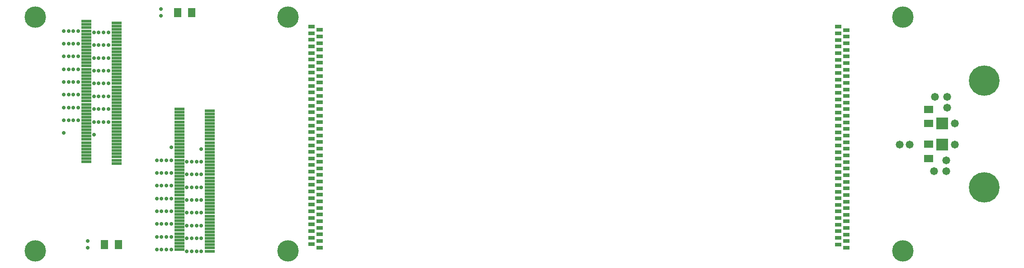
<source format=gts>
G04 Layer_Color=8388736*
%FSLAX25Y25*%
%MOIN*%
G70*
G01*
G75*
%ADD40R,0.08674X0.08674*%
%ADD41R,0.04737X0.03162*%
%ADD42R,0.05300X0.06800*%
%ADD43R,0.07493X0.01981*%
%ADD44R,0.06800X0.05300*%
%ADD45C,0.22500*%
%ADD46C,0.15800*%
%ADD47C,0.05800*%
%ADD48C,0.02800*%
D40*
X680627Y106403D02*
D03*
Y90657D02*
D03*
D41*
X609807Y14257D02*
D03*
Y19139D02*
D03*
Y24021D02*
D03*
Y28903D02*
D03*
Y33785D02*
D03*
Y38667D02*
D03*
Y43549D02*
D03*
Y48431D02*
D03*
Y53313D02*
D03*
Y58195D02*
D03*
Y63076D02*
D03*
Y67958D02*
D03*
Y72840D02*
D03*
Y77722D02*
D03*
Y82604D02*
D03*
X603901Y16699D02*
D03*
Y21580D02*
D03*
Y26462D02*
D03*
Y31344D02*
D03*
Y36226D02*
D03*
Y41108D02*
D03*
Y45990D02*
D03*
Y50872D02*
D03*
Y55754D02*
D03*
Y60636D02*
D03*
Y65517D02*
D03*
Y70399D02*
D03*
Y75281D02*
D03*
Y80163D02*
D03*
X609807Y87486D02*
D03*
Y92368D02*
D03*
Y97250D02*
D03*
Y102131D02*
D03*
Y107013D02*
D03*
Y111895D02*
D03*
Y116777D02*
D03*
Y121659D02*
D03*
Y126541D02*
D03*
Y131423D02*
D03*
Y136305D02*
D03*
Y141187D02*
D03*
Y146069D02*
D03*
Y150950D02*
D03*
Y155832D02*
D03*
Y160714D02*
D03*
Y165596D02*
D03*
Y170478D02*
D03*
Y175360D02*
D03*
X603901Y85045D02*
D03*
Y89927D02*
D03*
Y94809D02*
D03*
Y99691D02*
D03*
Y104572D02*
D03*
Y109454D02*
D03*
Y114336D02*
D03*
Y119218D02*
D03*
Y124100D02*
D03*
Y128982D02*
D03*
Y133864D02*
D03*
Y138746D02*
D03*
Y143628D02*
D03*
Y148510D02*
D03*
Y153391D02*
D03*
Y158273D02*
D03*
Y163155D02*
D03*
Y168037D02*
D03*
Y172919D02*
D03*
Y177801D02*
D03*
X221578Y175527D02*
D03*
X215673Y177968D02*
D03*
X221578Y14425D02*
D03*
Y29070D02*
D03*
Y24189D02*
D03*
Y19307D02*
D03*
X215673Y173086D02*
D03*
Y168204D02*
D03*
Y163322D02*
D03*
Y158441D02*
D03*
Y153559D02*
D03*
Y148677D02*
D03*
Y143795D02*
D03*
Y138913D02*
D03*
Y134031D02*
D03*
Y129149D02*
D03*
Y124267D02*
D03*
Y119386D02*
D03*
Y114504D02*
D03*
Y109622D02*
D03*
Y104740D02*
D03*
Y99858D02*
D03*
Y94976D02*
D03*
Y90094D02*
D03*
Y85212D02*
D03*
Y80330D02*
D03*
Y75449D02*
D03*
Y70567D02*
D03*
Y65685D02*
D03*
Y60803D02*
D03*
Y55921D02*
D03*
Y51039D02*
D03*
Y46157D02*
D03*
Y41275D02*
D03*
X221578Y170645D02*
D03*
Y165763D02*
D03*
Y160881D02*
D03*
Y156000D02*
D03*
Y151118D02*
D03*
Y146236D02*
D03*
Y141354D02*
D03*
Y136472D02*
D03*
Y131590D02*
D03*
Y126708D02*
D03*
Y121826D02*
D03*
Y116945D02*
D03*
Y112063D02*
D03*
Y107181D02*
D03*
Y102299D02*
D03*
Y97417D02*
D03*
Y92535D02*
D03*
Y87653D02*
D03*
Y82771D02*
D03*
Y77889D02*
D03*
Y73008D02*
D03*
Y68126D02*
D03*
Y63244D02*
D03*
Y58362D02*
D03*
Y53480D02*
D03*
Y48598D02*
D03*
Y43716D02*
D03*
Y38834D02*
D03*
Y33952D02*
D03*
X215673Y36393D02*
D03*
Y31512D02*
D03*
Y16866D02*
D03*
Y21748D02*
D03*
Y26630D02*
D03*
D42*
X62832Y16727D02*
D03*
X73332D02*
D03*
X116838Y188250D02*
D03*
X127338D02*
D03*
D43*
X118236Y20039D02*
D03*
Y24764D02*
D03*
Y22402D02*
D03*
Y12953D02*
D03*
Y17677D02*
D03*
Y15315D02*
D03*
Y36575D02*
D03*
Y34213D02*
D03*
Y27126D02*
D03*
Y31850D02*
D03*
Y29488D02*
D03*
Y41299D02*
D03*
Y38937D02*
D03*
Y43661D02*
D03*
Y48386D02*
D03*
Y46024D02*
D03*
Y57835D02*
D03*
Y62559D02*
D03*
Y60197D02*
D03*
Y50748D02*
D03*
Y55472D02*
D03*
Y53110D02*
D03*
Y72008D02*
D03*
Y76732D02*
D03*
Y74370D02*
D03*
Y64921D02*
D03*
Y69646D02*
D03*
Y67283D02*
D03*
Y88543D02*
D03*
Y90906D02*
D03*
Y79094D02*
D03*
Y86181D02*
D03*
Y81457D02*
D03*
Y100354D02*
D03*
Y105079D02*
D03*
Y102717D02*
D03*
Y93268D02*
D03*
Y97992D02*
D03*
Y95630D02*
D03*
Y114528D02*
D03*
Y116890D02*
D03*
Y107441D02*
D03*
Y112165D02*
D03*
Y109803D02*
D03*
X140480Y18858D02*
D03*
Y23583D02*
D03*
Y21220D02*
D03*
Y11772D02*
D03*
Y16496D02*
D03*
Y14134D02*
D03*
Y35394D02*
D03*
Y33032D02*
D03*
Y25945D02*
D03*
Y30669D02*
D03*
Y28307D02*
D03*
Y44843D02*
D03*
Y49567D02*
D03*
Y47205D02*
D03*
Y37756D02*
D03*
Y42480D02*
D03*
Y40118D02*
D03*
Y51929D02*
D03*
Y56654D02*
D03*
Y54291D02*
D03*
Y61378D02*
D03*
Y59016D02*
D03*
Y70827D02*
D03*
Y75551D02*
D03*
Y73189D02*
D03*
Y63740D02*
D03*
Y68465D02*
D03*
Y66102D02*
D03*
Y77913D02*
D03*
X118236Y83819D02*
D03*
X140480Y80276D02*
D03*
Y82638D02*
D03*
Y87362D02*
D03*
Y85000D02*
D03*
Y96811D02*
D03*
Y101535D02*
D03*
Y99173D02*
D03*
Y89724D02*
D03*
Y94449D02*
D03*
Y92087D02*
D03*
Y110984D02*
D03*
Y115709D02*
D03*
Y113347D02*
D03*
Y103898D02*
D03*
Y108622D02*
D03*
Y106260D02*
D03*
X49638Y85000D02*
D03*
Y89724D02*
D03*
Y87362D02*
D03*
Y77913D02*
D03*
Y82638D02*
D03*
Y80276D02*
D03*
Y101535D02*
D03*
Y99173D02*
D03*
Y92087D02*
D03*
Y96811D02*
D03*
Y94449D02*
D03*
Y106260D02*
D03*
Y103898D02*
D03*
Y108622D02*
D03*
Y113347D02*
D03*
Y110984D02*
D03*
Y122795D02*
D03*
Y127520D02*
D03*
Y125157D02*
D03*
Y115709D02*
D03*
Y120433D02*
D03*
Y118071D02*
D03*
Y136969D02*
D03*
Y141693D02*
D03*
Y139331D02*
D03*
Y129882D02*
D03*
Y134606D02*
D03*
Y132244D02*
D03*
Y153504D02*
D03*
Y155866D02*
D03*
Y144055D02*
D03*
Y151142D02*
D03*
Y146417D02*
D03*
Y165315D02*
D03*
Y170039D02*
D03*
Y167677D02*
D03*
Y158228D02*
D03*
Y162953D02*
D03*
Y160591D02*
D03*
Y179488D02*
D03*
Y181850D02*
D03*
Y172402D02*
D03*
Y177126D02*
D03*
Y174764D02*
D03*
X71882Y83819D02*
D03*
Y88543D02*
D03*
Y86181D02*
D03*
Y76732D02*
D03*
Y81457D02*
D03*
Y79094D02*
D03*
Y100354D02*
D03*
Y97992D02*
D03*
Y90906D02*
D03*
Y95630D02*
D03*
Y93268D02*
D03*
Y109803D02*
D03*
Y114528D02*
D03*
Y112165D02*
D03*
Y102717D02*
D03*
Y107441D02*
D03*
Y105079D02*
D03*
Y116890D02*
D03*
Y121614D02*
D03*
Y119252D02*
D03*
Y126339D02*
D03*
Y123976D02*
D03*
Y135787D02*
D03*
Y140512D02*
D03*
Y138150D02*
D03*
Y128701D02*
D03*
Y133425D02*
D03*
Y131063D02*
D03*
Y142874D02*
D03*
X49638Y148780D02*
D03*
X71882Y145236D02*
D03*
Y147599D02*
D03*
Y152323D02*
D03*
Y149961D02*
D03*
Y161772D02*
D03*
Y166496D02*
D03*
Y164134D02*
D03*
Y154685D02*
D03*
Y159409D02*
D03*
Y157047D02*
D03*
Y175945D02*
D03*
Y180669D02*
D03*
Y178307D02*
D03*
Y168858D02*
D03*
Y173583D02*
D03*
Y171221D02*
D03*
D44*
X670487Y116722D02*
D03*
Y106222D02*
D03*
Y80406D02*
D03*
Y90906D02*
D03*
D45*
X711656Y59080D02*
D03*
Y137820D02*
D03*
D46*
X651728Y11902D02*
D03*
Y185100D02*
D03*
X198428Y185100D02*
D03*
X198428Y11902D02*
D03*
X11811Y185100D02*
D03*
Y11902D02*
D03*
D47*
X649211Y90576D02*
D03*
X683677Y71094D02*
D03*
Y78829D02*
D03*
X684227Y118071D02*
D03*
Y125806D02*
D03*
X674561Y71094D02*
D03*
X675111Y125806D02*
D03*
X656534Y90576D02*
D03*
X689991Y90676D02*
D03*
Y106393D02*
D03*
D48*
X55150Y97992D02*
D03*
X65780Y107441D02*
D03*
X62236D02*
D03*
X58693D02*
D03*
X55150D02*
D03*
X65780Y116890D02*
D03*
X62236D02*
D03*
X58693D02*
D03*
X55150D02*
D03*
X65780Y126339D02*
D03*
X62236D02*
D03*
X58693D02*
D03*
X55150D02*
D03*
X65780Y135787D02*
D03*
X62236D02*
D03*
X58693D02*
D03*
X55150D02*
D03*
X65780Y145236D02*
D03*
X62236D02*
D03*
X58693D02*
D03*
X55150D02*
D03*
X65780Y154685D02*
D03*
X62236D02*
D03*
X58693D02*
D03*
X55150D02*
D03*
X65780Y164134D02*
D03*
X62236D02*
D03*
X58693D02*
D03*
X55150D02*
D03*
X55150Y173583D02*
D03*
X58693D02*
D03*
X62236D02*
D03*
X65780D02*
D03*
X123748Y77913D02*
D03*
X127291D02*
D03*
X130835D02*
D03*
X134378D02*
D03*
X123748Y68465D02*
D03*
X127291D02*
D03*
X130835D02*
D03*
X134378D02*
D03*
X123748Y59016D02*
D03*
X127291D02*
D03*
X130835D02*
D03*
X134378D02*
D03*
X123748Y49567D02*
D03*
X127291D02*
D03*
X130835D02*
D03*
X134378D02*
D03*
X123748Y40118D02*
D03*
X127291D02*
D03*
X130835D02*
D03*
X134378D02*
D03*
X123748Y30669D02*
D03*
X127291D02*
D03*
X130835D02*
D03*
X134378D02*
D03*
X123748Y21220D02*
D03*
X127291D02*
D03*
X130835D02*
D03*
X134378D02*
D03*
X123748Y11772D02*
D03*
X127291D02*
D03*
X130835D02*
D03*
X134378D02*
D03*
Y87362D02*
D03*
X50712Y14337D02*
D03*
X104718Y185860D02*
D03*
X50624Y19280D02*
D03*
X104630Y190804D02*
D03*
X32906Y174764D02*
D03*
X36449D02*
D03*
X39992D02*
D03*
X43536D02*
D03*
X32906Y165315D02*
D03*
X36449D02*
D03*
X39992D02*
D03*
X43536D02*
D03*
X32906Y155866D02*
D03*
X36449D02*
D03*
X39992D02*
D03*
X43536D02*
D03*
X32906Y146417D02*
D03*
X36449D02*
D03*
X39992D02*
D03*
X43536D02*
D03*
X32906Y136969D02*
D03*
X36449D02*
D03*
X39992D02*
D03*
X43536D02*
D03*
X32906Y127520D02*
D03*
X36449D02*
D03*
X39992D02*
D03*
X43536D02*
D03*
X32906Y118071D02*
D03*
X36449D02*
D03*
X39992D02*
D03*
X43536D02*
D03*
X32906Y108622D02*
D03*
X36449D02*
D03*
X39992D02*
D03*
X43536D02*
D03*
X32906Y99173D02*
D03*
X112134Y12953D02*
D03*
X108591D02*
D03*
X105047D02*
D03*
X101504D02*
D03*
X112134Y22402D02*
D03*
X108591D02*
D03*
X105047D02*
D03*
X101504D02*
D03*
X112134Y31850D02*
D03*
X108591D02*
D03*
X105047D02*
D03*
X101504D02*
D03*
X112134Y41299D02*
D03*
X108591D02*
D03*
X105047D02*
D03*
X101504D02*
D03*
X112134Y50748D02*
D03*
X108591D02*
D03*
X105047D02*
D03*
X101504D02*
D03*
X112134Y60197D02*
D03*
X108591D02*
D03*
X105047D02*
D03*
X101504D02*
D03*
X112134Y69646D02*
D03*
X108591D02*
D03*
X105047D02*
D03*
X101504D02*
D03*
X112134Y79094D02*
D03*
X108591D02*
D03*
X105047D02*
D03*
X101504D02*
D03*
X112134Y88543D02*
D03*
M02*

</source>
